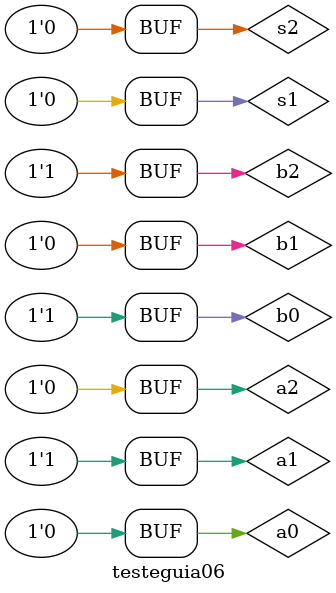
<source format=v>

module halfadder ( resto,vai1,a,b );
	output resto,vai1;
	input a,b;
	
	xor XOR1 (resto,a,b);
	and AND1 (vai1,a,b);
	
endmodule//halfadder

module fulladder ( resto,vai1,vem1,a,b );
	output resto,vai1;
	input vem1,a,b;
	wire w1,w2,w3;
	
	xor XOR1 (w1,a,b);
	and AND1 (w2,a,b);
	xor XOR2 (resto,w1,vem1);
	and AND2 (w3,vem1,w1);
	or OR1 (v1,w3,w2);
	
endmodule//fulladder


module comparator ( s,sinal1,a2,a1,a0,sinal2,b2,b1,b0 );
	output s;
	input sinal1,sinal2,a2,a1,a0,b2,b1,b0;
	wire w1,w2,w4,w3;
	
	xnor XNOR1 (w1,a0,b0);
	xnor XNOR2 (w2,a1,b1);
	xnor XNOR3 (w3,a2,b2);
	xnor XNOR4 (w4,sinal1,sinal2);
	and AND1 (s,w1,w2,w3,w4);
	
endmodule//comparator

module completeadder ( s0,s1,s2,s3,s4,sinal1,a2,a1,a0,sinal2,b2,b1,b0 );
	output s0,s1,s2,s3,s4;
	input sinal1,a2,a1,a0,sinal2,b2,b1,b0;
	wire w1,w2,w3,w4,w5,w6;
	
	halfadder HALF1 ( s4,w1,a0,b0 );
	fulladder FULL1 ( s3,w2,w1,a1,b1 );
	fulladder FULL2 ( s2,w3,w2,a2,b2 );
	fulladder FULL3 ( s1,s0,w3,sinal1,sinal2 );
	
endmodule//completeadder

module testeguia06;
	reg s1,a2,a1,a0,s2,b2,b1,b0;
	wire w1,w2,w3,w4,w5,w6;
	
	comparator COMP1 (w1,s1,a2,a1,a0,s2,b2,b1,b0);
	completeadder COMPLA1 (w2,w3,w4,w5,w6,s1,a2,a1,a0,s2,b2,b1,b0 );
	
initial begin:start
end

//PARTE PRICIPAL

initial begin:main
	$display ("Guia06 - Programa1");
	$display ("Projeto de uma ALU para 4 bits com somador completo e comparador\n");
	$display ("Aluno: Tiago Menegaz de Melo Garcia		Matricula:405844\n");
	$display ("Relatorio de Testes");
	#1	a0 = 0; a2 = 0; a1 = 0; b1 = 0; b2 = 0; b0 = 0; s1 = 0; s2 = 0;
	$monitor ("%b | %b %b %b  +  %b | %b %b %b  = %b | %b | %b %b %b  Iguais[ %b ]",s1,a2,a1,a0,s2,b2,b1,b0,w2,w3,w4,w5,w6,w1);
	#1 a0 = 1;
	#1 b0 = 1;
	#1 a0 = 0; a1 = 1; b2 = 1;
	
end
endmodule
</source>
